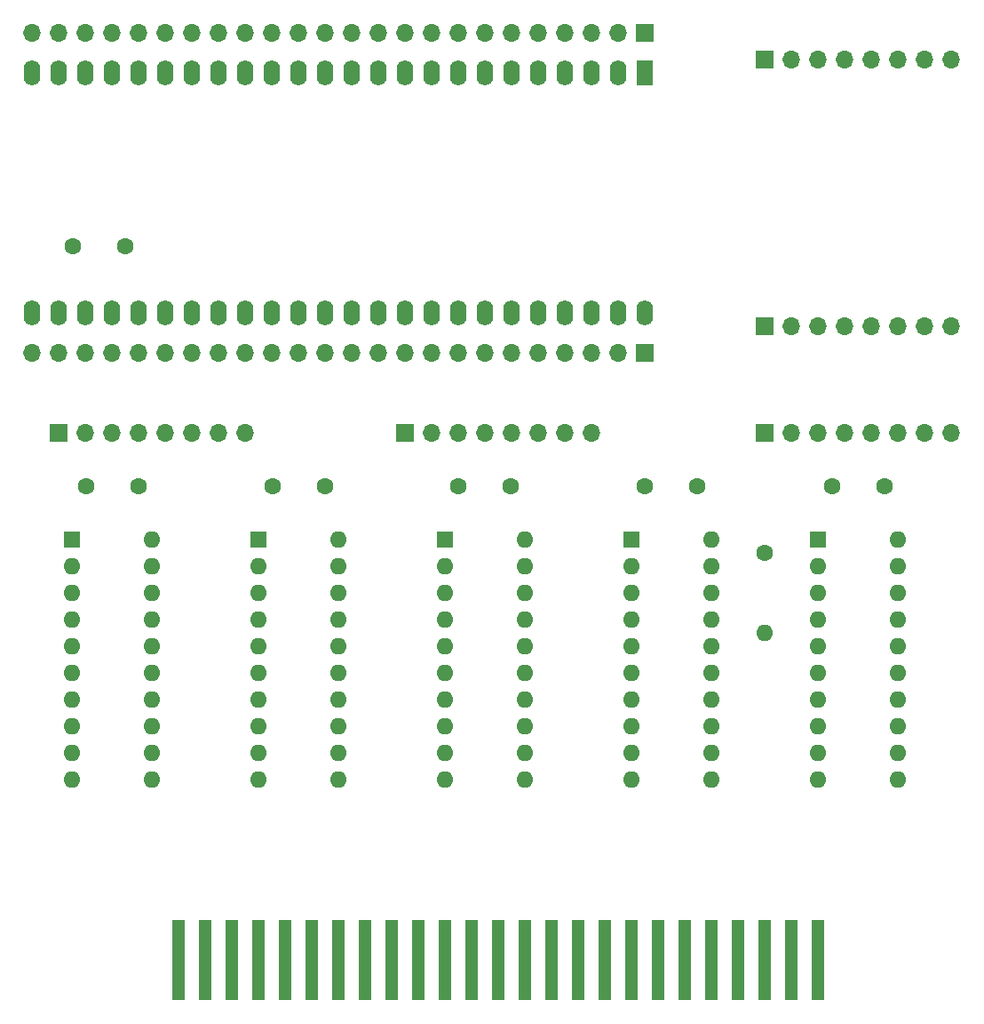
<source format=gbs>
G04 #@! TF.GenerationSoftware,KiCad,Pcbnew,(6.0.9)*
G04 #@! TF.CreationDate,2023-03-08T22:08:06+01:00*
G04 #@! TF.ProjectId,03_Cartucho_MSX_Tang_Nano_9k_Breakout,30335f43-6172-4747-9563-686f5f4d5358,rev?*
G04 #@! TF.SameCoordinates,Original*
G04 #@! TF.FileFunction,Soldermask,Bot*
G04 #@! TF.FilePolarity,Negative*
%FSLAX46Y46*%
G04 Gerber Fmt 4.6, Leading zero omitted, Abs format (unit mm)*
G04 Created by KiCad (PCBNEW (6.0.9)) date 2023-03-08 22:08:06*
%MOMM*%
%LPD*%
G01*
G04 APERTURE LIST*
%ADD10R,1.700000X1.700000*%
%ADD11O,1.700000X1.700000*%
%ADD12C,1.600000*%
%ADD13R,1.600000X1.600000*%
%ADD14O,1.600000X1.600000*%
%ADD15R,1.270000X7.620000*%
%ADD16R,1.600000X2.400000*%
%ADD17O,1.600000X2.400000*%
G04 APERTURE END LIST*
D10*
X125730000Y-81305000D03*
D11*
X123190000Y-81305000D03*
X120650000Y-81305000D03*
X118110000Y-81305000D03*
X115570000Y-81305000D03*
X113030000Y-81305000D03*
X110490000Y-81305000D03*
X107950000Y-81305000D03*
X105410000Y-81305000D03*
X102870000Y-81305000D03*
X100330000Y-81305000D03*
X97790000Y-81305000D03*
X95250000Y-81305000D03*
X92710000Y-81305000D03*
X90170000Y-81305000D03*
X87630000Y-81305000D03*
X85090000Y-81305000D03*
X82550000Y-81305000D03*
X80010000Y-81305000D03*
X77470000Y-81305000D03*
X74930000Y-81305000D03*
X72390000Y-81305000D03*
X69850000Y-81305000D03*
X67310000Y-81305000D03*
D12*
X76200000Y-71120000D03*
X71200000Y-71120000D03*
X148590000Y-93980000D03*
X143590000Y-93980000D03*
X72470000Y-93980000D03*
X77470000Y-93980000D03*
D13*
X71120000Y-99060000D03*
D14*
X71120000Y-101600000D03*
X71120000Y-104140000D03*
X71120000Y-106680000D03*
X71120000Y-109220000D03*
X71120000Y-111760000D03*
X71120000Y-114300000D03*
X71120000Y-116840000D03*
X71120000Y-119380000D03*
X71120000Y-121920000D03*
X78740000Y-121920000D03*
X78740000Y-119380000D03*
X78740000Y-116840000D03*
X78740000Y-114300000D03*
X78740000Y-111760000D03*
X78740000Y-109220000D03*
X78740000Y-106680000D03*
X78740000Y-104140000D03*
X78740000Y-101600000D03*
X78740000Y-99060000D03*
D15*
X142240000Y-139065000D03*
X139700000Y-139065000D03*
X137160000Y-139065000D03*
X134620000Y-139065000D03*
X132080000Y-139065000D03*
X129540000Y-139065000D03*
X127000000Y-139065000D03*
X124460000Y-139065000D03*
X121920000Y-139065000D03*
X119380000Y-139065000D03*
X116840000Y-139065000D03*
X114300000Y-139065000D03*
X111760000Y-139065000D03*
X109220000Y-139065000D03*
X106680000Y-139065000D03*
X104140000Y-139065000D03*
X101600000Y-139065000D03*
X99060000Y-139065000D03*
X96520000Y-139065000D03*
X93980000Y-139065000D03*
X91440000Y-139065000D03*
X88900000Y-139065000D03*
X86360000Y-139065000D03*
X83820000Y-139065000D03*
X81280000Y-139065000D03*
D16*
X125730000Y-54610000D03*
D17*
X123190000Y-54610000D03*
X120650000Y-54610000D03*
X118110000Y-54610000D03*
X115570000Y-54610000D03*
X113030000Y-54610000D03*
X110490000Y-54610000D03*
X107950000Y-54610000D03*
X105410000Y-54610000D03*
X102870000Y-54610000D03*
X100330000Y-54610000D03*
X97790000Y-54610000D03*
X95250000Y-54610000D03*
X92710000Y-54610000D03*
X90170000Y-54610000D03*
X87630000Y-54610000D03*
X85090000Y-54610000D03*
X82550000Y-54610000D03*
X80010000Y-54610000D03*
X77470000Y-54610000D03*
X74930000Y-54610000D03*
X72390000Y-54610000D03*
X69850000Y-54610000D03*
X67310000Y-54610000D03*
X67310000Y-77470000D03*
X69850000Y-77470000D03*
X72390000Y-77470000D03*
X74930000Y-77470000D03*
X77470000Y-77470000D03*
X80010000Y-77470000D03*
X82550000Y-77470000D03*
X85090000Y-77470000D03*
X87630000Y-77470000D03*
X90170000Y-77470000D03*
X92710000Y-77470000D03*
X95250000Y-77470000D03*
X97790000Y-77470000D03*
X100330000Y-77470000D03*
X102870000Y-77470000D03*
X105410000Y-77470000D03*
X107950000Y-77470000D03*
X110490000Y-77470000D03*
X113030000Y-77470000D03*
X115570000Y-77470000D03*
X118110000Y-77470000D03*
X120650000Y-77470000D03*
X123190000Y-77470000D03*
X125730000Y-77470000D03*
D10*
X125730000Y-50800000D03*
D11*
X123190000Y-50800000D03*
X120650000Y-50800000D03*
X118110000Y-50800000D03*
X115570000Y-50800000D03*
X113030000Y-50800000D03*
X110490000Y-50800000D03*
X107950000Y-50800000D03*
X105410000Y-50800000D03*
X102870000Y-50800000D03*
X100330000Y-50800000D03*
X97790000Y-50800000D03*
X95250000Y-50800000D03*
X92710000Y-50800000D03*
X90170000Y-50800000D03*
X87630000Y-50800000D03*
X85090000Y-50800000D03*
X82550000Y-50800000D03*
X80010000Y-50800000D03*
X77470000Y-50800000D03*
X74930000Y-50800000D03*
X72390000Y-50800000D03*
X69850000Y-50800000D03*
X67310000Y-50800000D03*
D10*
X137160000Y-78740000D03*
D11*
X139700000Y-78740000D03*
X142240000Y-78740000D03*
X144780000Y-78740000D03*
X147320000Y-78740000D03*
X149860000Y-78740000D03*
X152400000Y-78740000D03*
X154940000Y-78740000D03*
D14*
X132080000Y-99060000D03*
X132080000Y-101600000D03*
X132080000Y-104140000D03*
X132080000Y-106680000D03*
X132080000Y-109220000D03*
X132080000Y-111760000D03*
X132080000Y-114300000D03*
X132080000Y-116840000D03*
X132080000Y-119380000D03*
X132080000Y-121920000D03*
X124460000Y-121920000D03*
X124460000Y-119380000D03*
X124460000Y-116840000D03*
X124460000Y-114300000D03*
X124460000Y-111760000D03*
X124460000Y-109220000D03*
X124460000Y-106680000D03*
X124460000Y-104140000D03*
X124460000Y-101600000D03*
D13*
X124460000Y-99060000D03*
D12*
X107950000Y-93980000D03*
X112950000Y-93980000D03*
X90250000Y-93980000D03*
X95250000Y-93980000D03*
X137160000Y-100330000D03*
D14*
X137160000Y-107950000D03*
D12*
X125730000Y-93980000D03*
X130730000Y-93980000D03*
D10*
X69850000Y-88900000D03*
D11*
X72390000Y-88900000D03*
X74930000Y-88900000D03*
X77470000Y-88900000D03*
X80010000Y-88900000D03*
X82550000Y-88900000D03*
X85090000Y-88900000D03*
X87630000Y-88900000D03*
D10*
X137160000Y-53340000D03*
D11*
X139700000Y-53340000D03*
X142240000Y-53340000D03*
X144780000Y-53340000D03*
X147320000Y-53340000D03*
X149860000Y-53340000D03*
X152400000Y-53340000D03*
X154940000Y-53340000D03*
D13*
X88900000Y-99060000D03*
D14*
X88900000Y-101600000D03*
X88900000Y-104140000D03*
X88900000Y-106680000D03*
X88900000Y-109220000D03*
X88900000Y-111760000D03*
X88900000Y-114300000D03*
X88900000Y-116840000D03*
X88900000Y-119380000D03*
X88900000Y-121920000D03*
X96520000Y-121920000D03*
X96520000Y-119380000D03*
X96520000Y-116840000D03*
X96520000Y-114300000D03*
X96520000Y-111760000D03*
X96520000Y-109220000D03*
X96520000Y-106680000D03*
X96520000Y-104140000D03*
X96520000Y-101600000D03*
X96520000Y-99060000D03*
D13*
X142240000Y-99060000D03*
D14*
X142240000Y-101600000D03*
X142240000Y-104140000D03*
X142240000Y-106680000D03*
X142240000Y-109220000D03*
X142240000Y-111760000D03*
X142240000Y-114300000D03*
X142240000Y-116840000D03*
X142240000Y-119380000D03*
X142240000Y-121920000D03*
X149860000Y-121920000D03*
X149860000Y-119380000D03*
X149860000Y-116840000D03*
X149860000Y-114300000D03*
X149860000Y-111760000D03*
X149860000Y-109220000D03*
X149860000Y-106680000D03*
X149860000Y-104140000D03*
X149860000Y-101600000D03*
X149860000Y-99060000D03*
D13*
X106680000Y-99060000D03*
D14*
X106680000Y-101600000D03*
X106680000Y-104140000D03*
X106680000Y-106680000D03*
X106680000Y-109220000D03*
X106680000Y-111760000D03*
X106680000Y-114300000D03*
X106680000Y-116840000D03*
X106680000Y-119380000D03*
X106680000Y-121920000D03*
X114300000Y-121920000D03*
X114300000Y-119380000D03*
X114300000Y-116840000D03*
X114300000Y-114300000D03*
X114300000Y-111760000D03*
X114300000Y-109220000D03*
X114300000Y-106680000D03*
X114300000Y-104140000D03*
X114300000Y-101600000D03*
X114300000Y-99060000D03*
D10*
X102870000Y-88900000D03*
D11*
X105410000Y-88900000D03*
X107950000Y-88900000D03*
X110490000Y-88900000D03*
X113030000Y-88900000D03*
X115570000Y-88900000D03*
X118110000Y-88900000D03*
X120650000Y-88900000D03*
D10*
X137160000Y-88900000D03*
D11*
X139700000Y-88900000D03*
X142240000Y-88900000D03*
X144780000Y-88900000D03*
X147320000Y-88900000D03*
X149860000Y-88900000D03*
X152400000Y-88900000D03*
X154940000Y-88900000D03*
M02*

</source>
